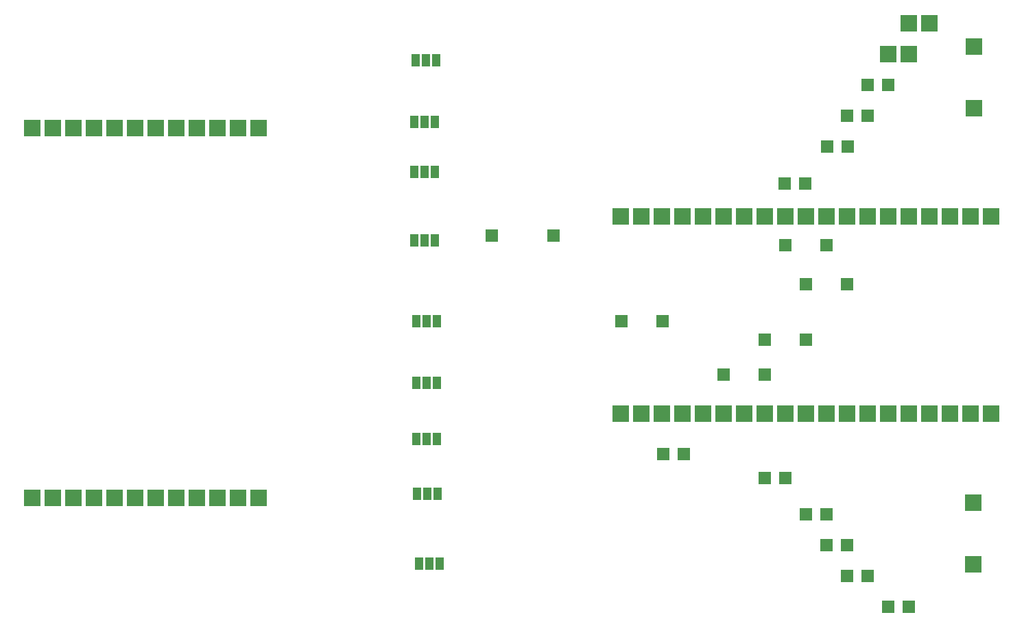
<source format=gbr>
%TF.GenerationSoftware,KiCad,Pcbnew,8.0.0*%
%TF.CreationDate,2024-03-02T15:21:29-05:00*%
%TF.ProjectId,Plano,506c616e-6f2e-46b6-9963-61645f706362,rev?*%
%TF.SameCoordinates,Original*%
%TF.FileFunction,Soldermask,Top*%
%TF.FilePolarity,Negative*%
%FSLAX46Y46*%
G04 Gerber Fmt 4.6, Leading zero omitted, Abs format (unit mm)*
G04 Created by KiCad (PCBNEW 8.0.0) date 2024-03-02 15:21:29*
%MOMM*%
%LPD*%
G01*
G04 APERTURE LIST*
%ADD10R,2.000000X2.000000*%
%ADD11R,1.050000X1.500000*%
%ADD12R,1.600000X1.600000*%
G04 APERTURE END LIST*
D10*
%TO.C,SW1*%
X214500000Y-76020000D03*
X214500000Y-68400000D03*
%TD*%
D11*
%TO.C,Q2*%
X148000000Y-77740000D03*
X146730000Y-77740000D03*
X145460000Y-77740000D03*
%TD*%
D10*
%TO.C,J1*%
X98298000Y-78486000D03*
X100838000Y-78486000D03*
X103378000Y-78486000D03*
X105918000Y-78486000D03*
X108458000Y-78486000D03*
X110998000Y-78486000D03*
X113538000Y-78486000D03*
X116078000Y-78486000D03*
X118618000Y-78486000D03*
X121158000Y-78486000D03*
X123698000Y-78486000D03*
X126238000Y-78486000D03*
%TD*%
%TO.C,J3*%
X170942000Y-89408000D03*
X173482000Y-89408000D03*
X176022000Y-89408000D03*
X178562000Y-89408000D03*
X181102000Y-89408000D03*
X183642000Y-89408000D03*
X186182000Y-89408000D03*
X188722000Y-89408000D03*
X191262000Y-89408000D03*
X193802000Y-89408000D03*
X196342000Y-89408000D03*
X198882000Y-89408000D03*
X201422000Y-89408000D03*
X203962000Y-89408000D03*
X206502000Y-89408000D03*
X209042000Y-89408000D03*
X211582000Y-89408000D03*
X214122000Y-89408000D03*
X216662000Y-89408000D03*
%TD*%
D12*
%TO.C,R14*%
X191200000Y-121800000D03*
X188660000Y-121800000D03*
%TD*%
%TO.C,R12*%
X188722000Y-108966000D03*
X183642000Y-108966000D03*
%TD*%
D11*
%TO.C,Q6*%
X148236000Y-102368000D03*
X146966000Y-102368000D03*
X145696000Y-102368000D03*
%TD*%
%TO.C,Q8*%
X148600000Y-132400000D03*
X147330000Y-132400000D03*
X146060000Y-132400000D03*
%TD*%
D12*
%TO.C,R3*%
X191262000Y-92964000D03*
X196342000Y-92964000D03*
%TD*%
D11*
%TO.C,Q5*%
X148206000Y-116908000D03*
X146936000Y-116908000D03*
X145666000Y-116908000D03*
%TD*%
D10*
%TO.C,R1*%
X206502000Y-65532000D03*
X209042000Y-65532000D03*
%TD*%
D11*
%TO.C,Q1*%
X148100000Y-70100000D03*
X146830000Y-70100000D03*
X145560000Y-70100000D03*
%TD*%
%TO.C,Q7*%
X148306000Y-123708000D03*
X147036000Y-123708000D03*
X145766000Y-123708000D03*
%TD*%
D12*
%TO.C,R6*%
X201422000Y-76962000D03*
X198882000Y-76962000D03*
%TD*%
D11*
%TO.C,Q4*%
X148000000Y-83900000D03*
X146730000Y-83900000D03*
X145460000Y-83900000D03*
%TD*%
D12*
%TO.C,R13*%
X176100000Y-102362000D03*
X171020000Y-102362000D03*
%TD*%
%TO.C,R15*%
X196342000Y-126238000D03*
X193802000Y-126238000D03*
%TD*%
D10*
%TO.C,SW2*%
X214400000Y-132425000D03*
X214400000Y-124805000D03*
%TD*%
D12*
%TO.C,R17*%
X178700000Y-118800000D03*
X176160000Y-118800000D03*
%TD*%
%TO.C,SW3*%
X155000000Y-91800000D03*
X162620000Y-91800000D03*
%TD*%
%TO.C,R4*%
X191160000Y-85400000D03*
X193700000Y-85400000D03*
%TD*%
%TO.C,R8*%
X198900000Y-80800000D03*
X196360000Y-80800000D03*
%TD*%
%TO.C,R16*%
X201422000Y-133858000D03*
X198882000Y-133858000D03*
%TD*%
%TO.C,R7*%
X198882000Y-97790000D03*
X193802000Y-97790000D03*
%TD*%
%TO.C,R2*%
X201422000Y-73152000D03*
X203962000Y-73152000D03*
%TD*%
D10*
%TO.C,J4*%
X170942000Y-113792000D03*
X173482000Y-113792000D03*
X176022000Y-113792000D03*
X178562000Y-113792000D03*
X181102000Y-113792000D03*
X183642000Y-113792000D03*
X186182000Y-113792000D03*
X188722000Y-113792000D03*
X191262000Y-113792000D03*
X193802000Y-113792000D03*
X196342000Y-113792000D03*
X198882000Y-113792000D03*
X201422000Y-113792000D03*
X203962000Y-113792000D03*
X206502000Y-113792000D03*
X209042000Y-113792000D03*
X211582000Y-113792000D03*
X214122000Y-113792000D03*
X216662000Y-113792000D03*
%TD*%
D11*
%TO.C,Q3*%
X148000000Y-92400000D03*
X146730000Y-92400000D03*
X145460000Y-92400000D03*
%TD*%
%TO.C,Q9*%
X148206000Y-109968000D03*
X146936000Y-109968000D03*
X145666000Y-109968000D03*
%TD*%
D12*
%TO.C,R9*%
X206502000Y-137668000D03*
X203962000Y-137668000D03*
%TD*%
D10*
%TO.C,J2*%
X98298000Y-124206000D03*
X100838000Y-124206000D03*
X103378000Y-124206000D03*
X105918000Y-124206000D03*
X108458000Y-124206000D03*
X110998000Y-124206000D03*
X113538000Y-124206000D03*
X116078000Y-124206000D03*
X118618000Y-124206000D03*
X121158000Y-124206000D03*
X123698000Y-124206000D03*
X126238000Y-124206000D03*
%TD*%
%TO.C,R5*%
X206502000Y-69342000D03*
X203962000Y-69342000D03*
%TD*%
D12*
%TO.C,R10*%
X198882000Y-130048000D03*
X196342000Y-130048000D03*
%TD*%
%TO.C,R11*%
X193802000Y-104648000D03*
X188722000Y-104648000D03*
%TD*%
M02*

</source>
